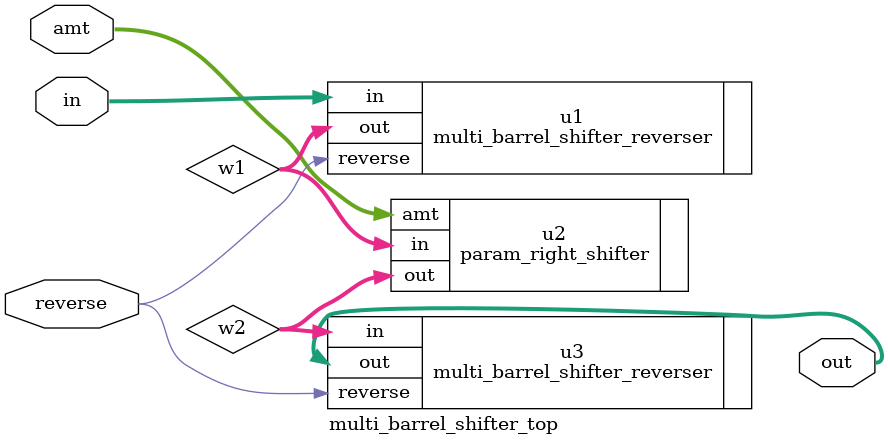
<source format=sv>
`timescale 1ns / 1ps


module multi_barrel_shifter_top
#(parameter N = 3)
    (
    input logic [(2**N)-1:0] in,
    input logic [N-1:0] amt,
    input logic reverse,
    output logic [(2**N)-1:0] out
    );
    
    logic [(2**N)-1:0] w1,w2;
    multi_barrel_shifter_reverser #(.N(N)) u1(.in(in), .out(w1), .reverse(reverse));
    param_right_shifter #(.N(N)) u2(.in(w1), .out(w2), .amt(amt));
    multi_barrel_shifter_reverser #(.N(N)) u3(.in(w2), .out(out), .reverse(reverse));
    
endmodule

</source>
